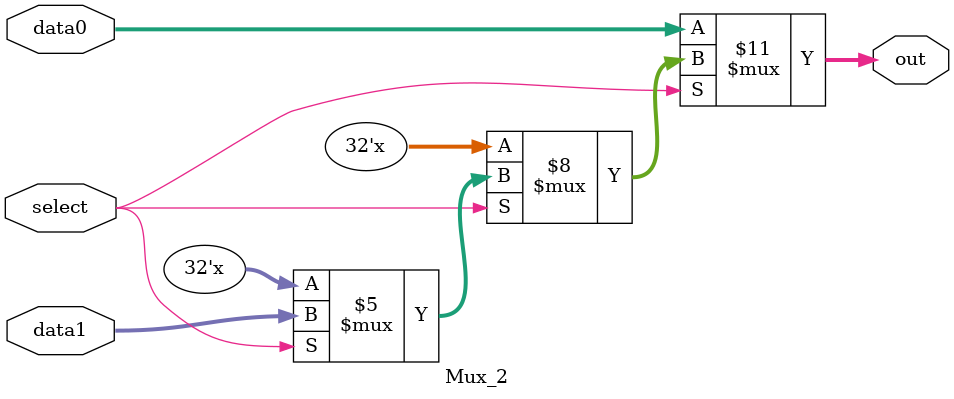
<source format=v>
module Mux_2(input [31:0] data0,
            input [31:0] data1,
            input select,
            output reg [31:0] out);

  always @(*)
  begin
    if (select == 1'b0)
      out = data0;
    else if (select == 1'b1)
      out = data1;
    else
      out=32'bx;
  end

endmodule
</source>
